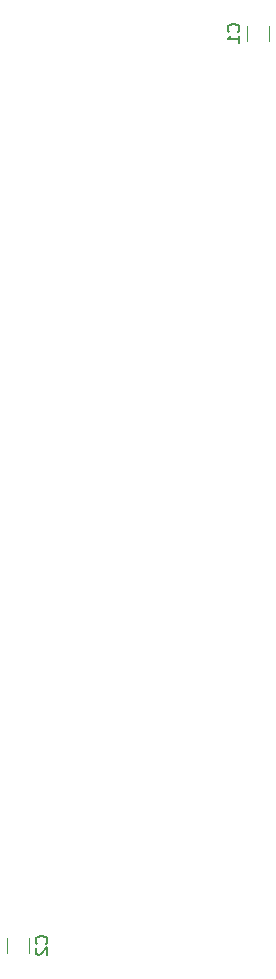
<source format=gbr>
G04 #@! TF.GenerationSoftware,KiCad,Pcbnew,(5.1.5)-3*
G04 #@! TF.CreationDate,2021-02-27T09:42:25-05:00*
G04 #@! TF.ProjectId,PDB,5044422e-6b69-4636-9164-5f7063625858,rev?*
G04 #@! TF.SameCoordinates,Original*
G04 #@! TF.FileFunction,Legend,Bot*
G04 #@! TF.FilePolarity,Positive*
%FSLAX46Y46*%
G04 Gerber Fmt 4.6, Leading zero omitted, Abs format (unit mm)*
G04 Created by KiCad (PCBNEW (5.1.5)-3) date 2021-02-27 09:42:25*
%MOMM*%
%LPD*%
G04 APERTURE LIST*
%ADD10C,0.120000*%
%ADD11C,0.150000*%
G04 APERTURE END LIST*
D10*
X208974000Y-158842370D02*
X208974000Y-160046498D01*
X210794000Y-158842370D02*
X210794000Y-160046498D01*
X229294000Y-82830498D02*
X229294000Y-81626370D01*
X231114000Y-82830498D02*
X231114000Y-81626370D01*
D11*
X212273142Y-159277767D02*
X212320761Y-159230148D01*
X212368380Y-159087291D01*
X212368380Y-158992053D01*
X212320761Y-158849195D01*
X212225523Y-158753957D01*
X212130285Y-158706338D01*
X211939809Y-158658719D01*
X211796952Y-158658719D01*
X211606476Y-158706338D01*
X211511238Y-158753957D01*
X211416000Y-158849195D01*
X211368380Y-158992053D01*
X211368380Y-159087291D01*
X211416000Y-159230148D01*
X211463619Y-159277767D01*
X211463619Y-159658719D02*
X211416000Y-159706338D01*
X211368380Y-159801576D01*
X211368380Y-160039672D01*
X211416000Y-160134910D01*
X211463619Y-160182529D01*
X211558857Y-160230148D01*
X211654095Y-160230148D01*
X211796952Y-160182529D01*
X212368380Y-159611100D01*
X212368380Y-160230148D01*
X228529142Y-82061767D02*
X228576761Y-82014148D01*
X228624380Y-81871291D01*
X228624380Y-81776053D01*
X228576761Y-81633195D01*
X228481523Y-81537957D01*
X228386285Y-81490338D01*
X228195809Y-81442719D01*
X228052952Y-81442719D01*
X227862476Y-81490338D01*
X227767238Y-81537957D01*
X227672000Y-81633195D01*
X227624380Y-81776053D01*
X227624380Y-81871291D01*
X227672000Y-82014148D01*
X227719619Y-82061767D01*
X228624380Y-83014148D02*
X228624380Y-82442719D01*
X228624380Y-82728434D02*
X227624380Y-82728434D01*
X227767238Y-82633195D01*
X227862476Y-82537957D01*
X227910095Y-82442719D01*
M02*

</source>
